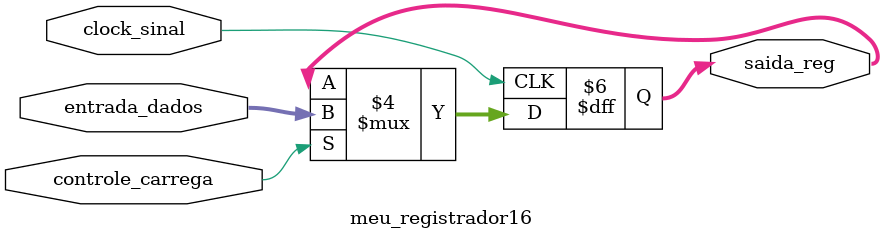
<source format=v>
module meu_registrador16 (input [15:0] entrada_dados, input controle_carrega, input clock_sinal, output reg [15:0] saida_reg);
    
    initial saida_reg <= 16'b0;

    always @ (posedge clock_sinal) begin
        if(controle_carrega == 1) saida_reg <= entrada_dados;
    end

endmodule
</source>
